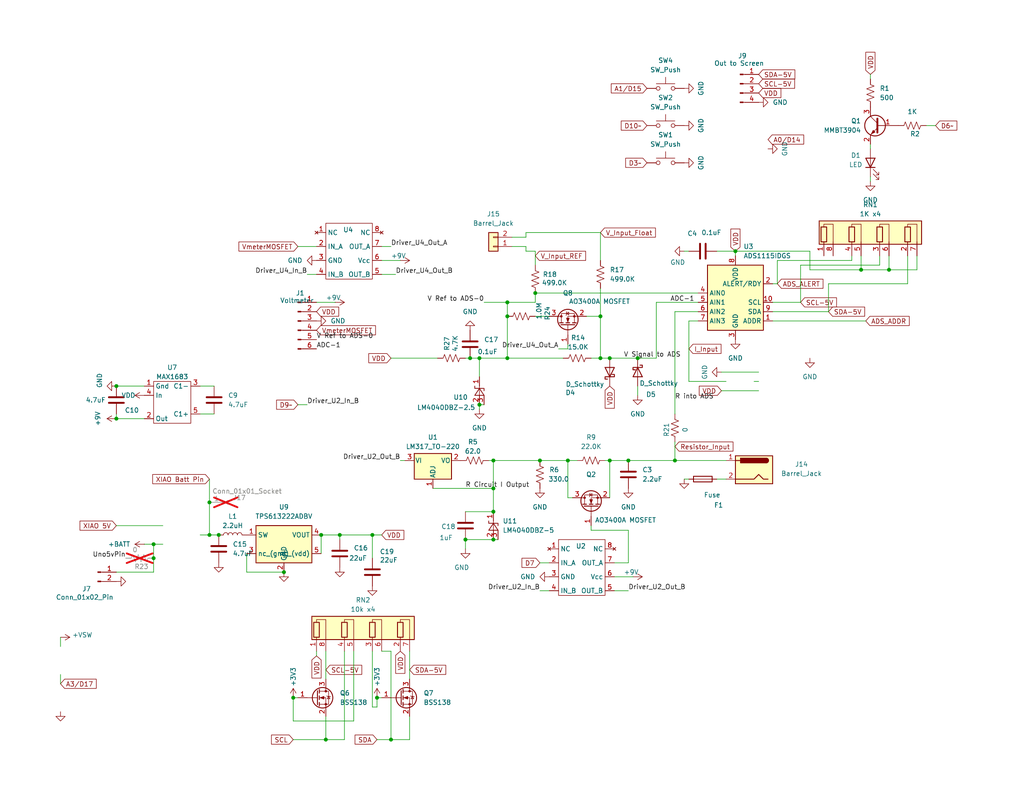
<source format=kicad_sch>
(kicad_sch (version 20250114) (generator "eeschema") (generator_version "9.0")
  (paper "USLetter")
  (title_block (title "Arduino Uno DMM Shield") (date "2025-02-22") (rev "1A") (company "Nick Mann"))
  (junction (at 106.68 201.93))
  (junction (at 163.83 97.79))
  (junction (at 92.71 146.05))
  (junction (at 101.6 146.05))
  (junction (at 127 147.32))
  (junction (at 130.81 110.49))
  (junction (at 173.99 97.79))
  (junction (at 147.32 125.73))
  (junction (at 134.62 139.7))
  (junction (at 130.81 97.79))
  (junction (at 77.47 156.21))
  (junction (at 134.62 147.32))
  (junction (at 134.62 133.35))
  (junction (at 184.15 125.73))
  (junction (at 242.57 73.66))
  (junction (at 234.95 73.66))
  (junction (at 128.27 97.79))
  (junction (at 154.94 125.73))
  (junction (at 57.15 137.16))
  (junction (at 138.43 86.36))
  (junction (at 134.62 125.73))
  (junction (at 87.63 146.05))
  (junction (at 200.66 68.58))
  (junction (at 41.91 148.59))
  (junction (at 80.01 190.5))
  (junction (at 102.87 190.5))
  (junction (at 138.43 82.55))
  (junction (at 163.83 86.36))
  (junction (at 166.37 125.73))
  (junction (at 171.45 125.73))
  (junction (at 57.15 146.05))
  (junction (at 41.91 152.4))
  (junction (at 88.9 201.93))
  (junction (at 166.37 97.79))
  (junction (at 31.75 114.3))
  (junction (at 59.69 146.05))
  (junction (at 31.75 105.41))
  (junction (at 138.43 97.79))
  (junction (at 146.05 80.01))
  (wire (pts (xy 210.82 85.09) (xy 226.06 85.09)))
  (wire (pts (xy 92.71 146.05) (xy 92.71 147.32)))
  (wire (pts (xy 237.49 48.26) (xy 237.49 49.53)))
  (wire (pts (xy 237.49 20.32) (xy 237.49 21.59)))
  (wire (pts (xy 163.83 63.5) (xy 143.51 63.5)))
  (wire (pts (xy 81.28 190.5) (xy 80.01 190.5)))
  (wire (pts (xy 220.98 68.58) (xy 220.98 73.66)))
  (wire (pts (xy 111.76 201.93) (xy 111.76 195.58)))
  (wire (pts (xy 16.51 173.99) (xy 16.51 176.53)))
  (wire (pts (xy 107.95 74.93) (xy 104.14 74.93)))
  (wire (pts (xy 146.05 68.58) (xy 143.51 68.58)))
  (wire (pts (xy 106.68 201.93) (xy 111.76 201.93)))
  (wire (pts (xy 237.49 40.64) (xy 237.49 39.37)))
  (wire (pts (xy 104.14 190.5) (xy 102.87 190.5)))
  (wire (pts (xy 31.75 156.21) (xy 41.91 156.21)))
  (wire (pts (xy 226.06 77.47) (xy 247.65 77.47)))
  (wire (pts (xy 171.45 125.73) (xy 184.15 125.73)))
  (wire (pts (xy 138.43 86.36) (xy 138.43 97.79)))
  (wire (pts (xy 127 97.79) (xy 128.27 97.79)))
  (wire (pts (xy 111.76 177.8) (xy 111.76 185.42)))
  (wire (pts (xy 101.6 177.8) (xy 101.6 193.04)))
  (wire (pts (xy 130.81 110.49) (xy 132.08 110.49)))
  (wire (pts (xy 161.29 144.78) (xy 161.29 143.51)))
  (wire (pts (xy 106.68 177.8) (xy 106.68 201.93)))
  (wire (pts (xy 198.12 104.14) (xy 187.96 104.14)))
  (wire (pts (xy 31.75 105.41) (xy 39.37 105.41)))
  (wire (pts (xy 212.09 77.47) (xy 210.82 77.47)))
  (wire (pts (xy 118.11 133.35) (xy 134.62 133.35)))
  (wire (pts (xy 163.83 97.79) (xy 166.37 97.79)))
  (wire (pts (xy 240.03 69.85) (xy 240.03 72.39)))
  (wire (pts (xy 130.81 111.76) (xy 130.81 110.49)))
  (wire (pts (xy 161.29 97.79) (xy 163.83 97.79)))
  (wire (pts (xy 67.31 151.13) (xy 67.31 156.21)))
  (wire (pts (xy 173.99 97.79) (xy 179.07 97.79)))
  (wire (pts (xy 83.82 74.93) (xy 86.36 74.93)))
  (wire (pts (xy 198.12 130.81) (xy 195.58 130.81)))
  (wire (pts (xy 41.91 152.4) (xy 41.91 148.59)))
  (wire (pts (xy 88.9 201.93) (xy 88.9 195.58)))
  (wire (pts (xy 247.65 69.85) (xy 247.65 77.47)))
  (wire (pts (xy 242.57 73.66) (xy 242.57 69.85)))
  (wire (pts (xy 187.96 87.63) (xy 187.96 104.14)))
  (wire (pts (xy 39.37 148.59) (xy 41.91 148.59)))
  (wire (pts (xy 184.15 85.09) (xy 190.5 85.09)))
  (wire (pts (xy 57.15 146.05) (xy 59.69 146.05)))
  (wire (pts (xy 87.63 146.05) (xy 87.63 151.13)))
  (wire (pts (xy 163.83 86.36) (xy 163.83 97.79)))
  (wire (pts (xy 134.62 133.35) (xy 134.62 139.7)))
  (wire (pts (xy 132.08 82.55) (xy 138.43 82.55)))
  (wire (pts (xy 67.31 156.21) (xy 77.47 156.21)))
  (wire (pts (xy 210.82 87.63) (xy 236.22 87.63)))
  (wire (pts (xy 200.66 68.58) (xy 200.66 69.85)))
  (wire (pts (xy 138.43 97.79) (xy 153.67 97.79)))
  (wire (pts (xy 130.81 102.87) (xy 130.81 97.79)))
  (wire (pts (xy 31.75 113.03) (xy 31.75 114.3)))
  (wire (pts (xy 57.15 137.16) (xy 57.15 146.05)))
  (wire (pts (xy 138.43 82.55) (xy 138.43 86.36)))
  (wire (pts (xy 184.15 120.65) (xy 184.15 125.73)))
  (wire (pts (xy 81.28 110.49) (xy 83.82 110.49)))
  (wire (pts (xy 173.99 105.41) (xy 173.99 107.95)))
  (wire (pts (xy 109.22 125.73) (xy 110.49 125.73)))
  (wire (pts (xy 146.05 80.01) (xy 190.5 80.01)))
  (wire (pts (xy 250.19 69.85) (xy 250.19 73.66)))
  (wire (pts (xy 184.15 85.09) (xy 184.15 113.03)))
  (wire (pts (xy 200.66 68.58) (xy 195.58 68.58)))
  (wire (pts (xy 147.32 153.67) (xy 149.86 153.67)))
  (wire (pts (xy 104.14 67.31) (xy 106.68 67.31)))
  (wire (pts (xy 92.71 146.05) (xy 101.6 146.05)))
  (wire (pts (xy 86.36 179.07) (xy 86.36 177.8)))
  (wire (pts (xy 186.69 130.81) (xy 187.96 130.81)))
  (wire (pts (xy 242.57 73.66) (xy 250.19 73.66)))
  (wire (pts (xy 101.6 146.05) (xy 104.14 146.05)))
  (wire (pts (xy 166.37 125.73) (xy 171.45 125.73)))
  (wire (pts (xy 154.94 125.73) (xy 154.94 135.89)))
  (wire (pts (xy 139.7 64.77) (xy 143.51 64.77)))
  (wire (pts (xy 154.94 95.25) (xy 154.94 93.98)))
  (wire (pts (xy 146.05 86.36) (xy 149.86 86.36)))
  (wire (pts (xy 96.52 177.8) (xy 96.52 196.85)))
  (wire (pts (xy 101.6 146.05) (xy 101.6 152.4)))
  (wire (pts (xy 54.61 105.41) (xy 58.42 105.41)))
  (wire (pts (xy 252.73 34.29) (xy 255.27 34.29)))
  (wire (pts (xy 31.75 114.3) (xy 39.37 114.3)))
  (wire (pts (xy 54.61 113.03) (xy 58.42 113.03)))
  (wire (pts (xy 127 139.7) (xy 134.62 139.7)))
  (wire (pts (xy 207.01 104.14) (xy 205.74 104.14)))
  (wire (pts (xy 102.87 201.93) (xy 106.68 201.93)))
  (wire (pts (xy 80.01 196.85) (xy 96.52 196.85)))
  (wire (pts (xy 119.38 97.79) (xy 106.68 97.79)))
  (wire (pts (xy 187.96 68.58) (xy 186.69 68.58)))
  (wire (pts (xy 16.51 184.15) (xy 16.51 186.69)))
  (wire (pts (xy 187.96 87.63) (xy 190.5 87.63)))
  (wire (pts (xy 57.15 130.81) (xy 57.15 137.16)))
  (wire (pts (xy 143.51 67.31) (xy 143.51 68.58)))
  (wire (pts (xy 130.81 97.79) (xy 128.27 97.79)))
  (wire (pts (xy 154.94 125.73) (xy 147.32 125.73)))
  (wire (pts (xy 212.09 71.12) (xy 232.41 71.12)))
  (wire (pts (xy 154.94 125.73) (xy 157.48 125.73)))
  (wire (pts (xy 207.01 106.68) (xy 196.85 106.68)))
  (wire (pts (xy 179.07 82.55) (xy 179.07 97.79)))
  (wire (pts (xy 81.28 67.31) (xy 86.36 67.31)))
  (wire (pts (xy 104.14 177.8) (xy 106.68 177.8)))
  (wire (pts (xy 134.62 125.73) (xy 147.32 125.73)))
  (wire (pts (xy 138.43 82.55) (xy 146.05 82.55)))
  (wire (pts (xy 218.44 72.39) (xy 240.03 72.39)))
  (wire (pts (xy 163.83 63.5) (xy 163.83 71.12)))
  (wire (pts (xy 41.91 156.21) (xy 41.91 152.4)))
  (wire (pts (xy 88.9 177.8) (xy 88.9 185.42)))
  (wire (pts (xy 88.9 201.93) (xy 80.01 201.93)))
  (wire (pts (xy 139.7 67.31) (xy 143.51 67.31)))
  (wire (pts (xy 160.02 86.36) (xy 163.83 86.36)))
  (wire (pts (xy 165.1 125.73) (xy 166.37 125.73)))
  (wire (pts (xy 146.05 80.01) (xy 146.05 82.55)))
  (wire (pts (xy 220.98 73.66) (xy 234.95 73.66)))
  (wire (pts (xy 226.06 77.47) (xy 226.06 85.09)))
  (wire (pts (xy 161.29 144.78) (xy 171.45 144.78)))
  (wire (pts (xy 31.75 143.51) (xy 44.45 143.51)))
  (wire (pts (xy 207.01 101.6) (xy 196.85 101.6)))
  (wire (pts (xy 127 147.32) (xy 134.62 147.32)))
  (wire (pts (xy 212.09 71.12) (xy 212.09 77.47)))
  (wire (pts (xy 80.01 190.5) (xy 80.01 196.85)))
  (wire (pts (xy 234.95 69.85) (xy 234.95 73.66)))
  (wire (pts (xy 171.45 144.78) (xy 171.45 153.67)))
  (wire (pts (xy 154.94 135.89) (xy 156.21 135.89)))
  (wire (pts (xy 93.98 201.93) (xy 88.9 201.93)))
  (wire (pts (xy 166.37 97.79) (xy 173.99 97.79)))
  (wire (pts (xy 166.37 125.73) (xy 166.37 135.89)))
  (wire (pts (xy 179.07 82.55) (xy 190.5 82.55)))
  (wire (pts (xy 93.98 177.8) (xy 93.98 201.93)))
  (wire (pts (xy 146.05 68.58) (xy 146.05 72.39)))
  (wire (pts (xy 101.6 193.04) (xy 102.87 193.04)))
  (wire (pts (xy 134.62 133.35) (xy 134.62 125.73)))
  (wire (pts (xy 54.61 146.05) (xy 57.15 146.05)))
  (wire (pts (xy 171.45 161.29) (xy 167.64 161.29)))
  (wire (pts (xy 172.72 157.48) (xy 167.64 157.48)))
  (wire (pts (xy 171.45 153.67) (xy 167.64 153.67)))
  (wire (pts (xy 102.87 190.5) (xy 102.87 193.04)))
  (wire (pts (xy 200.66 68.58) (xy 220.98 68.58)))
  (wire (pts (xy 87.63 146.05) (xy 92.71 146.05)))
  (wire (pts (xy 218.44 72.39) (xy 218.44 82.55)))
  (wire (pts (xy 143.51 64.77) (xy 143.51 63.5)))
  (wire (pts (xy 232.41 71.12) (xy 232.41 69.85)))
  (wire (pts (xy 163.83 78.74) (xy 163.83 86.36)))
  (wire (pts (xy 184.15 125.73) (xy 198.12 125.73)))
  (wire (pts (xy 130.81 97.79) (xy 138.43 97.79)))
  (wire (pts (xy 109.22 71.12) (xy 104.14 71.12)))
  (wire (pts (xy 134.62 147.32) (xy 135.89 147.32)))
  (wire (pts (xy 41.91 148.59) (xy 44.45 148.59)))
  (wire (pts (xy 210.82 82.55) (xy 218.44 82.55)))
  (wire (pts (xy 127 149.86) (xy 127 147.32)))
  (wire (pts (xy 234.95 73.66) (xy 242.57 73.66)))
  (wire (pts (xy 91.44 82.55) (xy 86.36 82.55)))
  (wire (pts (xy 152.4 95.25) (xy 154.94 95.25)))
  (wire (pts (xy 147.32 161.29) (xy 149.86 161.29)))
  (wire (pts (xy 134.62 125.73) (xy 133.35 125.73)))
  (label "R Circuit I Output" (at 127 133.35 0))
  (label "Driver_U4_Out_A" (at 106.68 67.31 0))
  (label "Driver_U2_Out_B" (at 109.22 125.73 180))
  (label "V Ref to ADS-0" (at 132.08 82.55 180))
  (label "Driver_U2_In_B" (at 83.82 110.49 0))
  (label "Driver_U4_Out_B" (at 107.95 74.93 0))
  (label "V Signal to ADS" (at 170.18 97.79 0))
  (label "R into ADS" (at 184.15 109.22 0))
  (label "ADC-1" (at 86.36 95.25 0))
  (label "Driver_U2_Out_B" (at 171.45 161.29 0))
  (label "ADC-1" (at 182.88 82.55 0))
  (label "Uno5vPin" (at 34.29 152.4 180))
  (label "V Ref to ADS-0" (at 86.36 92.71 0))
  (label "Driver_U4_In_B" (at 83.82 74.93 180))
  (label "Driver_U2_In_B" (at 147.32 161.29 180))
  (label "Driver_U4_Out_A" (at 152.4 95.25 180))
  (global_label "I_Input" (shape input) (at 187.96 95.25 0) (property "Intersheetrefs" "${INTERSHEET_REFS}" (effects (hide yes))))
  (global_label "VmeterMOSFET" (shape input) (at 81.28 67.31 180) (property "Intersheetrefs" "${INTERSHEET_REFS}" (effects (hide yes))))
  (global_label "VDD" (shape input) (at 207.01 25.4 0) (property "Intersheetrefs" "${INTERSHEET_REFS}" (effects (hide yes))))
  (global_label "VDD" (shape input) (at 86.36 179.07 270) (property "Intersheetrefs" "${INTERSHEET_REFS}" (effects (hide yes))))
  (global_label "SDA" (shape input) (at 102.87 201.93 180) (property "Intersheetrefs" "${INTERSHEET_REFS}" (effects (hide yes))))
  (global_label "VDD" (shape input) (at 196.85 106.68 180) (property "Intersheetrefs" "${INTERSHEET_REFS}" (effects (hide yes))))
  (global_label "XIAO 5V" (shape input) (at 31.75 143.51 180) (property "Intersheetrefs" "${INTERSHEET_REFS}" (effects (hide yes))))
  (global_label "ADS_ALERT" (shape input) (at 212.09 77.47 0) (property "Intersheetrefs" "${INTERSHEET_REFS}" (effects (hide yes))))
  (global_label "VDD" (shape input) (at 104.14 146.05 0) (property "Intersheetrefs" "${INTERSHEET_REFS}" (effects (hide yes))))
  (global_label "D6~" (shape input) (at 255.27 34.29 0) (property "Intersheetrefs" "${INTERSHEET_REFS}" (effects (hide yes))))
  (global_label "SCL-5V" (shape input) (at 88.9 182.88 0) (property "Intersheetrefs" "${INTERSHEET_REFS}" (effects (hide yes))))
  (global_label "VDD" (shape input) (at 166.37 105.41 270) (property "Intersheetrefs" "${INTERSHEET_REFS}" (effects (hide yes))))
  (global_label "D10~" (shape input) (at 176.53 34.29 180) (property "Intersheetrefs" "${INTERSHEET_REFS}" (effects (hide yes))))
  (global_label "A1{slash}D15" (shape input) (at 176.53 24.13 180) (property "Intersheetrefs" "${INTERSHEET_REFS}" (effects (hide yes))))
  (global_label "Resistor_Input" (shape input) (at 184.15 121.92 0) (property "Intersheetrefs" "${INTERSHEET_REFS}" (effects (hide yes))))
  (global_label "SDA-5V" (shape input) (at 111.76 182.88 0) (property "Intersheetrefs" "${INTERSHEET_REFS}" (effects (hide yes))))
  (global_label "V_Input_Float" (shape input) (at 163.83 63.5 0) (property "Intersheetrefs" "${INTERSHEET_REFS}" (effects (hide yes))))
  (global_label "D7" (shape input) (at 147.32 153.67 180) (property "Intersheetrefs" "${INTERSHEET_REFS}" (effects (hide yes))))
  (global_label "A3{slash}D17" (shape input) (at 16.51 186.69 0) (property "Intersheetrefs" "${INTERSHEET_REFS}" (effects (hide yes))))
  (global_label "VDD" (shape input) (at 86.36 85.09 0) (property "Intersheetrefs" "${INTERSHEET_REFS}" (effects (hide yes))))
  (global_label "D3~" (shape input) (at 176.53 44.45 180) (property "Intersheetrefs" "${INTERSHEET_REFS}" (effects (hide yes))))
  (global_label "VDD" (shape input) (at 237.49 20.32 90) (property "Intersheetrefs" "${INTERSHEET_REFS}" (effects (hide yes))))
  (global_label "SDA-5V" (shape input) (at 207.01 20.32 0) (property "Intersheetrefs" "${INTERSHEET_REFS}" (effects (hide yes))))
  (global_label "V_Input_REF" (shape input) (at 146.05 69.85 0) (property "Intersheetrefs" "${INTERSHEET_REFS}" (effects (hide yes))))
  (global_label "ADS_ADDR" (shape input) (at 236.22 87.63 0) (property "Intersheetrefs" "${INTERSHEET_REFS}" (effects (hide yes))))
  (global_label "A0{slash}D14" (shape input) (at 209.55 38.1 0) (property "Intersheetrefs" "${INTERSHEET_REFS}" (effects (hide yes))))
  (global_label "VmeterMOSFET" (shape input) (at 86.36 90.17 0) (property "Intersheetrefs" "${INTERSHEET_REFS}" (effects (hide yes))))
  (global_label "SCL" (shape input) (at 80.01 201.93 180) (property "Intersheetrefs" "${INTERSHEET_REFS}" (effects (hide yes))))
  (global_label "VDD" (shape input) (at 109.22 177.8 270) (property "Intersheetrefs" "${INTERSHEET_REFS}" (effects (hide yes))))
  (global_label "VDD" (shape input) (at 200.66 68.58 90) (property "Intersheetrefs" "${INTERSHEET_REFS}" (effects (hide yes))))
  (global_label "XIAO Batt Pin" (shape input) (at 57.15 130.81 180) (property "Intersheetrefs" "${INTERSHEET_REFS}" (effects (hide yes))))
  (global_label "SCL-5V" (shape input) (at 207.01 22.86 0) (property "Intersheetrefs" "${INTERSHEET_REFS}" (effects (hide yes))))
  (global_label "SCL-5V" (shape input) (at 218.44 82.55 0) (property "Intersheetrefs" "${INTERSHEET_REFS}" (effects (hide yes))))
  (global_label "VDD" (shape input) (at 106.68 97.79 180) (property "Intersheetrefs" "${INTERSHEET_REFS}" (effects (hide yes))))
  (global_label "SDA-5V" (shape input) (at 226.06 85.09 0) (property "Intersheetrefs" "${INTERSHEET_REFS}" (effects (hide yes))))
  (global_label "D9~" (shape input) (at 81.28 110.49 180) (property "Intersheetrefs" "${INTERSHEET_REFS}" (effects (hide yes))))
  (symbol (lib_id "Transistor_FET:BSS138") (at 86.36 190.5 0) (unit 1)
    (property "Reference" "Q6" (at 92.71 189.2299 0) (effects (justify left)))
    (property "Value" "BSS138" (at 92.71 191.7699 0) (effects (justify left)))
    (property "Footprint" "Package_TO_SOT_SMD:SOT-23" (effects (hide yes)))
    (property "Datasheet" "https://www.onsemi.com/pub/Collateral/BSS138-D.PDF" (effects (hide yes)))
    (property "Description" "50V Vds, 0.22A Id, N-Channel MOSFET, SOT-23" (effects (hide yes)))
  )
  (symbol (lib_name "+BATT_1") (lib_id "power:+BATT") (at 39.37 148.59 90) (unit 1)
    (property "Reference" "#PWR063" (effects (hide yes)))
    (property "Value" "+BATT" (at 35.56 148.5901 90) (effects (justify left)))
    (property "Description" "Power symbol creates a global label with name \"+BATT\"" (effects (hide yes)))
  )
  (symbol (lib_id "Device:C") (at 31.75 109.22 0) (unit 1)
    (property "Reference" "C10" (at 34.036 112.014 0) (effects (justify left)))
    (property "Value" "4.7uF" (at 23.368 109.22 0) (effects (justify left)))
    (property "Footprint" "Capacitor_SMD:C_0805_2012Metric_Pad1.18x1.45mm_HandSolder" (effects (hide yes)))
    (property "Description" "Unpolarized capacitor" (effects (hide yes)))
    (property "Function" "Charge Pump" (effects (hide yes)))
  )
  (symbol (lib_id "Device:R_US") (at 172.72 234.95 180) (unit 1) (on_board no) (dnp yes)
    (property "Reference" "R19" (at 170.688 236.22 0) (effects (justify left)))
    (property "Value" "10K" (at 170.942 233.934 0) (effects (justify left)))
    (property "Footprint" "Resistor_SMD:R_0805_2012Metric_Pad1.20x1.40mm_HandSolder" (effects (hide yes)))
    (property "Description" "Resistor, US symbol" (effects (hide yes)))
    (property "ValueTemp" "5K" (effects (hide yes)))
    (property "Function" "Current Limit" (effects (hide yes)))
  )
  (symbol (lib_id "power:+9V") (at 31.75 114.3 90) (unit 1)
    (property "Reference" "#PWR036" (effects (hide yes)))
    (property "Value" "+9V" (at 26.67 114.3 0))
    (property "Description" "Power symbol creates a global label with name \"+9V\"" (effects (hide yes)))
  )
  (symbol (lib_id "Transistor_FET:DMG2302U") (at 154.94 88.9 90) (unit 1)
    (property "Reference" "Q8" (at 154.94 80.01 90))
    (property "Value" "AO3400A MOSFET" (at 163.576 82.296 90))
    (property "Footprint" "Package_TO_SOT_SMD:SOT-23" (effects (hide yes)))
    (property "Datasheet" "http://www.diodes.com/assets/Datasheets/DMG2302U.pdf" (effects (hide yes)))
    (property "Description" "4.2A Id, 20V Vds, N-Channel MOSFET, SOT-23" (effects (hide yes)))
    (property "Function" "R Circuit Range Switch" (effects (hide yes)))
  )
  (symbol (lib_id "Transistor_FET:DMG2302U") (at 161.29 138.43 90) (unit 1)
    (property "Reference" "Q2" (at 161.29 129.54 90))
    (property "Value" "AO3400A MOSFET" (at 170.688 141.986 90))
    (property "Footprint" "Package_TO_SOT_SMD:SOT-23" (effects (hide yes)))
    (property "Datasheet" "http://www.diodes.com/assets/Datasheets/DMG2302U.pdf" (effects (hide yes)))
    (property "Description" "4.2A Id, 20V Vds, N-Channel MOSFET, SOT-23" (effects (hide yes)))
    (property "Function" "R Circuit Range Switch" (effects (hide yes)))
  )
  (symbol (lib_id "Analog_ADC:ADS1115IDGS") (at 200.66 82.55 0) (unit 1)
    (property "Reference" "U3" (at 202.8541 67.31 0) (effects (justify left)))
    (property "Value" "ADS1115IDGS" (at 202.8541 69.85 0) (effects (justify left)))
    (property "Footprint" "Package_SO:TSSOP-10_3x3mm_P0.5mm" (effects (hide yes)))
    (property "Datasheet" "http://www.ti.com/lit/ds/symlink/ads1113.pdf" (effects (hide yes)))
    (property "Description" "Ultra-Small, Low-Power, I2C-Compatible, 860-SPS, 16-Bit ADCs With Internal Reference, Oscillator, and Programmable Comparator, VSSOP-10" (effects (hide yes)))
    (property "ValueTemp" "ADS1115IDGS" (effects (hide yes)))
  )
  (symbol (lib_id "Device:C") (at 59.69 149.86 0) (unit 1)
    (property "Reference" "C15" (at 63.5 148.5899 0) (effects (justify left)))
    (property "Value" "4.7uF" (at 63.5 151.1299 0) (effects (justify left)))
    (property "Footprint" "Capacitor_SMD:C_0805_2012Metric_Pad1.18x1.45mm_HandSolder" (effects (hide yes)))
    (property "Description" "Unpolarized capacitor" (effects (hide yes)))
    (property "Function" "Boost Circuit Input" (effects (hide yes)))
  )
  (symbol (lib_id "Device:Fuse") (at 191.77 130.81 270) (mirror x) (unit 1)
    (property "Reference" "F1" (at 196.088 137.922 90))
    (property "Value" "Fuse" (at 194.31 135.128 90))
    (property "Footprint" "Fuse:Fuse_1206_3216Metric_Pad1.42x1.75mm_HandSolder" (effects (hide yes)))
    (property "Description" "Fuse" (effects (hide yes)))
    (property "Function" "Dead Short Protection" (effects (hide yes)))
  )
  (symbol (lib_id "Reference_Voltage:LM4040DBZ-5") (at 134.62 143.51 90) (unit 1)
    (property "Reference" "U11" (at 137.16 142.2399 90) (effects (justify right)))
    (property "Value" "LM4040DBZ-5" (at 137.16 144.7799 90) (effects (justify right)))
    (property "Footprint" "Package_TO_SOT_SMD:SOT-23" (effects (hide yes)))
    (property "Datasheet" "http://www.ti.com/lit/ds/symlink/lm4040-n.pdf" (effects (hide yes)))
    (property "Description" "5.000V Precision Micropower Shunt Voltage Reference, SOT-23" (effects (hide yes)))
    (property "Function" "R Circuit Reference" (effects (hide yes)))
  )
  (symbol (lib_id "Connector:Conn_01x02_Pin") (at 26.67 156.21 0) (unit 1)
    (property "Reference" "J7" (at 23.622 160.782 0))
    (property "Value" "Conn_01x02_Pin" (at 23.114 163.068 0))
    (property "Footprint" "Connector_PinSocket_2.54mm:PinSocket_1x02_P2.54mm_Vertical" (effects (hide yes)))
    (property "Description" "Generic connector, single row, 01x02, script generated" (effects (hide yes)))
  )
  (symbol (lib_id "power:GND") (at 77.47 156.21 0) (unit 1)
    (property "Reference" "#PWR029" (effects (hide yes)))
    (property "Value" "GND" (effects (hide yes)))
    (property "Description" "Power symbol creates a global label with name \"GND\" , ground" (effects (hide yes)))
  )
  (symbol (lib_id "power:GND") (at 127 149.86 0) (unit 1)
    (property "Reference" "#PWR042" (effects (hide yes)))
    (property "Value" "GND" (at 125.984 154.94 0))
    (property "Description" "Power symbol creates a global label with name \"GND\" , ground" (effects (hide yes)))
  )
  (symbol (lib_id "Device:R_US") (at 163.83 74.93 0) (unit 1)
    (property "Reference" "R17" (at 166.37 73.6599 0) (effects (justify left)))
    (property "Value" "499.0K" (at 166.37 76.1999 0) (effects (justify left)))
    (property "Footprint" "Resistor_SMD:R_0805_2012Metric_Pad1.20x1.40mm_HandSolder" (effects (hide yes)))
    (property "Description" "Resistor, US symbol" (effects (hide yes)))
    (property "ValueTemp" "75K" (effects (hide yes)))
    (property "Function" "V Signal Divider" (effects (hide yes)))
  )
  (symbol (lib_id "power:GND") (at 101.6 160.02 0) (unit 1)
    (property "Reference" "#PWR082" (effects (hide yes)))
    (property "Value" "GND" (effects (hide yes)))
    (property "Description" "Power symbol creates a global label with name \"GND\" , ground" (effects (hide yes)))
  )
  (symbol (lib_id "Device:R_US") (at 123.19 97.79 90) (unit 1)
    (property "Reference" "R27" (at 121.92 95.758 0) (effects (justify left)))
    (property "Value" "4.7K" (at 124.206 96.012 0) (effects (justify left)))
    (property "Footprint" "Resistor_SMD:R_0805_2012Metric_Pad1.20x1.40mm_HandSolder" (effects (hide yes)))
    (property "Description" "Resistor, US symbol" (effects (hide yes)))
    (property "ValueTemp" "5K" (effects (hide yes)))
    (property "Function" "Current Limit" (effects (hide yes)))
  )
  (symbol (lib_id "power:GND") (at 171.45 133.35 0) (unit 1)
    (property "Reference" "#PWR047" (effects (hide yes)))
    (property "Value" "GND" (at 171.45 138.43 0))
    (property "Description" "Power symbol creates a global label with name \"GND\" , ground" (effects (hide yes)))
  )
  (symbol (lib_id "power:+9V") (at 91.44 82.55 270) (unit 1)
    (property "Reference" "#PWR02" (effects (hide yes)))
    (property "Value" "+9V" (at 88.9 81.28 90) (effects (justify left)))
    (property "Description" "Power symbol creates a global label with name \"+9V\"" (effects (hide yes)))
  )
  (symbol (lib_id "Connector:Conn_01x04_Pin") (at 201.93 22.86 0) (unit 1)
    (property "Reference" "J9" (at 202.565 15.24 0))
    (property "Value" "Out to Screen" (at 201.676 17.272 0))
    (property "Footprint" "Connector_PinSocket_2.54mm:PinSocket_1x04_P2.54mm_Vertical" (effects (hide yes)))
    (property "Description" "Generic connector, single row, 01x04, script generated" (effects (hide yes)))
    (property "ValueTemp" "Out to Screen" (effects (hide yes)))
  )
  (symbol (lib_id "Device:D_Schottky") (at 173.99 101.6 270) (unit 1)
    (property "Reference" "D5" (at 176.276 107.696 90) (effects (justify left)))
    (property "Value" "D_Schottky" (at 174.498 104.648 90) (effects (justify left)))
    (property "Footprint" "Diode_SMD:D_SOD-123" (effects (hide yes)))
    (property "Description" "Schottky diode" (effects (hide yes)))
    (property "Function" "Overvoltage Proection" (effects (hide yes)))
  )
  (symbol (lib_id "Switch:SW_Push") (at 181.61 44.45 0) (unit 1)
    (property "Reference" "SW1" (at 181.61 36.83 0))
    (property "Value" "SW_Push" (at 181.61 39.37 0))
    (property "Footprint" "Button_Switch_SMD:SW_SPST_CK_RS282G05A3" (effects (hide yes)))
    (property "Description" "Push button switch, generic, two pins" (effects (hide yes)))
    (property "ValueTemp" "SW_Push" (effects (hide yes)))
  )
  (symbol (lib_id "power:GND") (at 209.55 40.64 90) (unit 1)
    (property "Reference" "#PWR044" (effects (hide yes)))
    (property "Value" "GND" (at 214.122 40.64 0))
    (property "Description" "Power symbol creates a global label with name \"GND\" , ground" (effects (hide yes)))
  )
  (symbol (lib_id "power:+5V") (at 39.37 107.95 90) (unit 1)
    (property "Reference" "#PWR039" (effects (hide yes)))
    (property "Value" "VDD" (at 35.052 107.95 90))
  )
  (symbol (lib_id "power:GND") (at 186.69 44.45 90) (unit 1)
    (property "Reference" "#PWR024" (effects (hide yes)))
    (property "Value" "GND" (at 191.262 44.45 0))
    (property "Description" "Power symbol creates a global label with name \"GND\" , ground" (effects (hide yes)))
  )
  (symbol (lib_id "power:GND") (at 86.36 87.63 90) (unit 1)
    (property "Reference" "#PWR01" (effects (hide yes)))
    (property "Value" "GND" (at 90.17 87.6299 90) (effects (justify right)))
    (property "Description" "Power symbol creates a global label with name \"GND\" , ground" (effects (hide yes)))
  )
  (symbol (lib_id "power:GND") (at 31.75 105.41 270) (unit 1)
    (property "Reference" "#PWR037" (effects (hide yes)))
    (property "Value" "GND" (at 27.178 103.886 0))
    (property "Description" "Power symbol creates a global label with name \"GND\" , ground" (effects (hide yes)))
  )
  (symbol (lib_id "Device:R_Pack04_SIP") (at 237.49 64.77 0) (unit 1)
    (property "Reference" "RN1" (at 237.49 55.88 0))
    (property "Value" "1K x4" (at 237.49 58.42 0))
    (property "Footprint" "Library:RESCAXS127P508X320X70-8N" (effects (hide yes)))
    (property "Datasheet" "http://www.vishay.com/docs/31509/csc.pdf" (effects (hide yes)))
    (property "Description" "4 resistor network, parallel topology, SIP package" (effects (hide yes)))
  )
  (symbol (lib_id "power:GND") (at 92.71 154.94 0) (unit 1)
    (property "Reference" "#PWR010" (effects (hide yes)))
    (property "Value" "GND" (effects (hide yes)))
    (property "Description" "Power symbol creates a global label with name \"GND\" , ground" (effects (hide yes)))
  )
  (symbol (lib_id "power:GND") (at 147.32 133.35 0) (unit 1)
    (property "Reference" "#PWR035" (effects (hide yes)))
    (property "Value" "GND" (at 147.32 138.43 0))
    (property "Description" "Power symbol creates a global label with name \"GND\" , ground" (effects (hide yes)))
  )
  (symbol (lib_id "MIC4801:MAX1683") (at 40.64 110.49 0) (unit 1)
    (property "Reference" "U7" (at 46.99 100.33 0))
    (property "Value" "MAX1683" (at 46.99 102.87 0))
    (property "Footprint" "Package_TO_SOT_SMD:SOT-23-5_HandSoldering" (effects (hide yes)))
    (property "Datasheet" "https://www.analog.com/media/en/technical-documentation/data-sheets/MAX1682-MAX1683.pdf" (effects (hide yes)))
    (property "Description" "IC REG CHARGE PUMP 2VIN SOT23-5" (effects (hide yes)))
    (property "Function" "Voltage Doubler" (effects (hide yes)))
  )
  (symbol (lib_id "power:+VSW") (at 16.51 173.99 270) (unit 1)
    (property "Reference" "#PWR028" (effects (hide yes)))
    (property "Value" "+VSW" (at 19.685 173.355 90) (effects (justify left)))
  )
  (symbol (lib_id "power:GND") (at 207.01 27.94 90) (unit 1)
    (property "Reference" "#PWR041" (effects (hide yes)))
    (property "Value" "GND" (at 210.82 27.9399 90) (effects (justify right)))
    (property "Description" "Power symbol creates a global label with name \"GND\" , ground" (effects (hide yes)))
  )
  (symbol (lib_id "Connector_Generic:Conn_01x02") (at 134.62 67.31 180) (unit 1)
    (property "Reference" "J15" (at 134.62 58.42 0))
    (property "Value" "Barrel_Jack" (at 134.62 60.96 0))
    (property "Footprint" "TerminalBlock_Phoenix:TerminalBlock_Phoenix_MKDS-3-2-5.08_1x02_P5.08mm_Horizontal" (effects (hide yes)))
    (property "Description" "Generic connector, single row, 01x02, script generated (kicad-library-utils/schlib/autogen/connector/)" (effects (hide yes)))
    (property "ValueTemp" "Barrel_Jack" (effects (hide yes)))
  )
  (symbol (lib_id "Device:R_US") (at 172.72 223.52 180) (unit 1) (on_board no) (dnp yes)
    (property "Reference" "R20" (at 170.688 224.79 0) (effects (justify left)))
    (property "Value" "10K" (at 170.942 222.504 0) (effects (justify left)))
    (property "Footprint" "Resistor_SMD:R_0805_2012Metric_Pad1.20x1.40mm_HandSolder" (effects (hide yes)))
    (property "Description" "Resistor, US symbol" (effects (hide yes)))
    (property "ValueTemp" "5K" (effects (hide yes)))
    (property "Function" "Current Limit" (effects (hide yes)))
  )
  (symbol (lib_id "CustomLibrary:IX4426_") (at 152.4 146.05 0) (unit 1)
    (property "Reference" "U2" (at 158.496 149.098 0))
    (property "Value" "IX4426N" (effects (hide yes)))
    (property "Footprint" "Package_SO:SOIC-8_3.9x4.9mm_P1.27mm" (effects (hide yes)))
  )
  (symbol (lib_id "Device:C") (at 101.6 156.21 0) (unit 1)
    (property "Reference" "C19" (at 103.632 150.622 0) (effects (justify left)))
    (property "Value" "22uF" (at 103.632 152.9079 0) (effects (justify left)))
    (property "Footprint" "Capacitor_SMD:C_0805_2012Metric_Pad1.18x1.45mm_HandSolder" (effects (hide yes)))
    (property "Description" "Unpolarized capacitor" (effects (hide yes)))
    (property "Function" "Boost Output Smoothing" (effects (hide yes)))
  )
  (symbol (lib_id "Regulator_Switching:TPS613222ADBV") (at 77.47 148.59 0) (unit 1)
    (property "Reference" "U9" (at 77.47 138.43 0))
    (property "Value" "TPS613222ADBV" (at 77.47 140.97 0))
    (property "Footprint" "Package_TO_SOT_SMD:SOT-23-5" (effects (hide yes)))
    (property "Datasheet" "http://www.ti.com/lit/ds/symlink/tps61322.pdf" (effects (hide yes)))
    (property "Description" "1.8A Step-Up Converter, 5V Output Voltage, 0.9-5.5V Input Voltage, SOT-23-5" (effects (hide yes)))
  )
  (symbol (lib_id "Device:R_US") (at 147.32 129.54 180) (unit 1)
    (property "Reference" "R6" (at 149.86 128.2699 0) (effects (justify right)))
    (property "Value" "330.0" (at 149.606 130.81 0) (effects (justify right)))
    (property "Footprint" "Resistor_SMD:R_0805_2012Metric_Pad1.20x1.40mm_HandSolder" (effects (hide yes)))
    (property "Description" "Resistor, US symbol" (effects (hide yes)))
    (property "Function" "330 R Circuit I Bleeder" (effects (hide yes)))
  )
  (symbol (lib_id "Device:L") (at 63.5 146.05 90) (unit 1)
    (property "Reference" "L1" (at 63.5 140.97 90))
    (property "Value" "2.2uH" (at 63.5 143.51 90))
    (property "Footprint" "Inductor_SMD:L_Murata_DFE201610P" (effects (hide yes)))
    (property "Description" "Inductor" (effects (hide yes)))
  )
  (symbol (lib_id "Device:R_US") (at 161.29 125.73 90) (unit 1)
    (property "Reference" "R9" (at 161.29 119.38 90))
    (property "Value" "22.0K" (at 161.29 121.92 90))
    (property "Footprint" "Resistor_SMD:R_0805_2012Metric_Pad1.20x1.40mm_HandSolder" (effects (hide yes)))
    (property "Description" "Resistor, US symbol" (effects (hide yes)))
    (property "Function" "R Circuit Divider" (effects (hide yes)))
  )
  (symbol (lib_id "Connector:Conn_01x01_Socket") (at 62.23 137.16 0) (unit 1) (dnp yes)
    (property "Reference" "J17" (at 63.5 135.8899 0) (effects (justify left)))
    (property "Value" "Conn_01x01_Socket" (at 57.912 134.112 0) (effects (justify left)))
    (property "Footprint" "Connector_PinSocket_2.54mm:PinSocket_1x01_P2.54mm_Vertical" (effects (hide yes)))
    (property "Description" "Generic connector, single row, 01x01, script generated" (effects (hide yes)))
  )
  (symbol (lib_id "power:+3.3V") (at 102.87 190.5 0) (unit 1)
    (property "Reference" "#PWR06" (effects (hide yes)))
    (property "Value" "+3V3" (at 102.87 184.785 90))
  )
  (symbol (lib_id "power:GND") (at 86.36 71.12 270) (unit 1)
    (property "Reference" "#PWR013" (effects (hide yes)))
    (property "Value" "GND" (at 82.55 71.1199 90) (effects (justify right)))
    (property "Description" "Power symbol creates a global label with name \"GND\" , ground" (effects (hide yes)))
  )
  (symbol (lib_id "power:GND") (at 186.69 34.29 90) (unit 1)
    (property "Reference" "#PWR023" (effects (hide yes)))
    (property "Value" "GND" (at 191.262 34.29 0))
    (property "Description" "Power symbol creates a global label with name \"GND\" , ground" (effects (hide yes)))
  )
  (symbol (lib_id "power:GND") (at 186.69 130.81 0) (mirror y) (unit 1)
    (property "Reference" "#PWR030" (effects (hide yes)))
    (property "Value" "GND" (effects (hide yes)))
    (property "Description" "Power symbol creates a global label with name \"GND\" , ground" (effects (hide yes)))
  )
  (symbol (lib_id "Connector:Barrel_Jack") (at 205.74 128.27 0) (mirror y) (unit 1)
    (property "Reference" "J14" (at 218.694 126.746 0))
    (property "Value" "Barrel_Jack" (at 218.694 129.286 0))
    (property "Footprint" "Connector_BarrelJack:BarrelJack_Horizontal" (effects (hide yes)))
    (property "Description" "DC Barrel Jack" (effects (hide yes)))
    (property "ValueTemp" "Barrel_Jack" (effects (hide yes)))
  )
  (symbol (lib_id "Reference_Voltage:LM4040DBZ-2.5") (at 130.81 106.68 90) (unit 1)
    (property "Reference" "U10" (at 123.698 108.458 90) (effects (justify right)))
    (property "Value" "LM4040DBZ-2.5" (at 113.792 111.252 90) (effects (justify right)))
    (property "Footprint" "Package_TO_SOT_SMD:SOT-23" (effects (hide yes)))
    (property "Datasheet" "http://www.ti.com/lit/ds/symlink/lm4040-n.pdf" (effects (hide yes)))
    (property "Description" "2.500V Precision Micropower Shunt Voltage Reference, SOT-23" (effects (hide yes)))
    (property "Function" "V Reference Control" (effects (hide yes)))
  )
  (symbol (lib_id "Device:C") (at 58.42 109.22 0) (unit 1)
    (property "Reference" "C9" (at 62.23 107.9499 0) (effects (justify left)))
    (property "Value" "4.7uF" (at 62.23 110.4899 0) (effects (justify left)))
    (property "Footprint" "Capacitor_SMD:C_0805_2012Metric_Pad1.18x1.45mm_HandSolder" (effects (hide yes)))
    (property "Description" "Unpolarized capacitor" (effects (hide yes)))
    (property "Function" "Charge Pump" (effects (hide yes)))
  )
  (symbol (lib_id "Transistor_FET:BSS138") (at 109.22 190.5 0) (unit 1)
    (property "Reference" "Q7" (at 115.57 189.2299 0) (effects (justify left)))
    (property "Value" "BSS138" (at 115.57 191.7699 0) (effects (justify left)))
    (property "Footprint" "Package_TO_SOT_SMD:SOT-23" (effects (hide yes)))
    (property "Datasheet" "https://www.onsemi.com/pub/Collateral/BSS138-D.PDF" (effects (hide yes)))
    (property "Description" "50V Vds, 0.22A Id, N-Channel MOSFET, SOT-23" (effects (hide yes)))
  )
  (symbol (lib_id "Device:R_US") (at 157.48 97.79 90) (unit 1)
    (property "Reference" "R14" (at 157.734 92.202 90))
    (property "Value" "15.0K" (at 157.734 94.742 90))
    (property "Footprint" "Resistor_SMD:R_0805_2012Metric_Pad1.20x1.40mm_HandSolder" (effects (hide yes)))
    (property "Description" "Resistor, US symbol" (effects (hide yes)))
    (property "Function" "V Bridge" (effects (hide yes)))
  )
  (symbol (lib_id "Transistor_BJT:MMBT3904") (at 240.03 34.29 0) (mirror y) (unit 1)
    (property "Reference" "Q1" (at 234.95 33.0199 0) (effects (justify left)))
    (property "Value" "MMBT3904" (at 234.95 35.5599 0) (effects (justify left)))
    (property "Footprint" "Package_TO_SOT_SMD:SOT-23" (effects (hide yes)))
    (property "Datasheet" "https://www.onsemi.com/pdf/datasheet/pzt3904-d.pdf" (effects (hide yes)))
    (property "Description" "0.2A Ic, 40V Vce, Small Signal NPN Transistor, SOT-23" (effects (hide yes)))
    (property "ValueTemp" "MMBT3904" (effects (hide yes)))
    (property "Function" "LED Control" (effects (hide yes)))
  )
  (symbol (lib_id "Device:R_US") (at 129.54 125.73 90) (unit 1)
    (property "Reference" "R5" (at 129.032 120.65 90))
    (property "Value" "62.0" (at 129.032 123.19 90))
    (property "Footprint" "Resistor_SMD:R_0805_2012Metric_Pad1.20x1.40mm_HandSolder" (effects (hide yes)))
    (property "Description" "Resistor, US symbol" (effects (hide yes)))
    (property "Function" "R Circuit I Set" (effects (hide yes)))
  )
  (symbol (lib_id "power:GND") (at 220.98 97.79 0) (unit 1)
    (property "Reference" "#PWR056" (effects (hide yes)))
    (property "Value" "GND" (at 220.98 102.87 0))
    (property "Description" "Power symbol creates a global label with name \"GND\" , ground" (effects (hide yes)))
  )
  (symbol (lib_id "Device:R_US") (at 149.86 233.68 180) (unit 1) (on_board no) (dnp yes)
    (property "Reference" "R11" (at 147.828 234.95 0) (effects (justify left)))
    (property "Value" "10K" (at 148.082 232.664 0) (effects (justify left)))
    (property "Footprint" "Resistor_SMD:R_0805_2012Metric_Pad1.20x1.40mm_HandSolder" (effects (hide yes)))
    (property "Description" "Resistor, US symbol" (effects (hide yes)))
    (property "ValueTemp" "5K" (effects (hide yes)))
    (property "Function" "Current Limit" (effects (hide yes)))
  )
  (symbol (lib_id "Device:D_Schottky") (at 166.37 101.6 90) (unit 1)
    (property "Reference" "D4" (at 156.972 107.188 90) (effects (justify left)))
    (property "Value" "D_Schottky" (at 164.846 104.902 90) (effects (justify left)))
    (property "Footprint" "Diode_SMD:D_SOD-123" (effects (hide yes)))
    (property "Description" "Schottky diode" (effects (hide yes)))
    (property "Function" "Overvoltage Proection" (effects (hide yes)))
  )
  (symbol (lib_id "Device:R_US") (at 237.49 25.4 180) (unit 1)
    (property "Reference" "R1" (at 240.03 24.1299 0) (effects (justify right)))
    (property "Value" "500" (at 240.03 26.6699 0) (effects (justify right)))
    (property "Footprint" "Resistor_SMD:R_0805_2012Metric_Pad1.20x1.40mm_HandSolder" (effects (hide yes)))
    (property "Description" "Resistor, US symbol" (effects (hide yes)))
    (property "Function" "I Limit LED" (effects (hide yes)))
  )
  (symbol (lib_id "power:GND") (at 186.69 24.13 90) (unit 1)
    (property "Reference" "#PWR081" (effects (hide yes)))
    (property "Value" "GND" (at 191.262 24.13 0))
    (property "Description" "Power symbol creates a global label with name \"GND\" , ground" (effects (hide yes)))
  )
  (symbol (lib_id "power:+9V") (at 109.22 71.12 270) (unit 1)
    (property "Reference" "#PWR012" (effects (hide yes)))
    (property "Value" "+9V" (at 106.68 69.85 90) (effects (justify left)))
    (property "Description" "Power symbol creates a global label with name \"+9V\"" (effects (hide yes)))
  )
  (symbol (lib_id "Device:C") (at 191.77 68.58 90) (unit 1)
    (property "Reference" "C4" (at 190.246 63.754 90) (effects (justify left)))
    (property "Value" "0.1uF" (at 196.85 63.5 90) (effects (justify left)))
    (property "Footprint" "Capacitor_SMD:C_0805_2012Metric_Pad1.18x1.45mm_HandSolder" (effects (hide yes)))
    (property "Description" "Unpolarized capacitor" (effects (hide yes)))
    (property "Function" "ADS Vdd Input Filter" (effects (hide yes)))
  )
  (symbol (lib_id "Device:R_US") (at 142.24 86.36 270) (unit 1)
    (property "Reference" "R24" (at 149.352 83.566 0) (effects (justify left)))
    (property "Value" "1.0M" (at 147.066 82.55 0) (effects (justify left)))
    (property "Footprint" "Resistor_SMD:R_0805_2012Metric_Pad1.20x1.40mm_HandSolder" (effects (hide yes)))
    (property "Description" "Resistor, US symbol" (effects (hide yes)))
    (property "Function" "V REF Divider" (effects (hide yes)))
  )
  (symbol (lib_id "power:GND") (at 149.86 157.48 270) (unit 1)
    (property "Reference" "#PWR011" (effects (hide yes)))
    (property "Value" "GND" (at 146.05 157.4799 90) (effects (justify right)))
    (property "Description" "Power symbol creates a global label with name \"GND\" , ground" (effects (hide yes)))
  )
  (symbol (lib_id "Device:C") (at 128.27 93.98 0) (unit 1)
    (property "Reference" "C17" (at 132.08 92.7099 0) (effects (justify left)))
    (property "Value" "0.1uF" (at 130.302 96.012 0) (effects (justify left)))
    (property "Footprint" "Capacitor_SMD:C_0805_2012Metric_Pad1.18x1.45mm_HandSolder" (effects (hide yes)))
    (property "Description" "Unpolarized capacitor" (effects (hide yes)))
    (property "Function" "Voltage Ref Smoothing" (effects (hide yes)))
  )
  (symbol (lib_id "power:GND") (at 200.66 92.71 0) (unit 1)
    (property "Reference" "#PWR054" (effects (hide yes)))
    (property "Value" "GND" (at 200.66 97.79 0))
    (property "Description" "Power symbol creates a global label with name \"GND\" , ground" (effects (hide yes)))
  )
  (symbol (lib_id "Switch:SW_Push") (at 181.61 24.13 0) (unit 1)
    (property "Reference" "SW4" (at 181.61 16.51 0))
    (property "Value" "SW_Push" (at 181.61 19.05 0))
    (property "Footprint" "Button_Switch_SMD:SW_SPST_CK_RS282G05A3" (effects (hide yes)))
    (property "Description" "Push button switch, generic, two pins" (effects (hide yes)))
    (property "ValueTemp" "SW_Push" (effects (hide yes)))
  )
  (symbol (lib_id "Device:LED") (at 237.49 44.45 90) (unit 1)
    (property "Reference" "D1" (at 232.156 42.418 90) (effects (justify right)))
    (property "Value" "LED" (at 231.648 44.958 90) (effects (justify right)))
    (property "Footprint" "LED_SMD:LED_Luminus_MP-3030-1100_3.0x3.0mm" (effects (hide yes)))
    (property "Description" "Light emitting diode" (effects (hide yes)))
    (property "Function" "LED SMD Option" (effects (hide yes)))
  )
  (symbol (lib_id "power:GND") (at 128.27 90.17 180) (unit 1)
    (property "Reference" "#PWR061" (effects (hide yes)))
    (property "Value" "GND" (at 128.27 85.09 0))
    (property "Description" "Power symbol creates a global label with name \"GND\" , ground" (effects (hide yes)))
  )
  (symbol (lib_id "Device:R_US") (at 146.05 76.2 0) (unit 1)
    (property "Reference" "R18" (at 148.082 74.93 0) (effects (justify left)))
    (property "Value" "499.0K" (at 147.828 77.216 0) (effects (justify left)))
    (property "Footprint" "Resistor_SMD:R_0805_2012Metric_Pad1.20x1.40mm_HandSolder" (effects (hide yes)))
    (property "Description" "Resistor, US symbol" (effects (hide yes)))
    (property "Function" "V REF Divider" (effects (hide yes)))
  )
  (symbol (lib_id "Device:C") (at 171.45 129.54 0) (unit 1)
    (property "Reference" "C3" (at 175.26 128.2699 0) (effects (justify left)))
    (property "Value" "2.2uF" (at 175.26 130.8099 0) (effects (justify left)))
    (property "Footprint" "Capacitor_SMD:C_0805_2012Metric_Pad1.18x1.45mm_HandSolder" (effects (hide yes)))
    (property "Description" "Unpolarized capacitor" (effects (hide yes)))
    (property "Function" "R ADS Input Filter" (effects (hide yes)))
  )
  (symbol (lib_id "Device:R_Pack04_SIP") (at 99.06 172.72 0) (unit 1)
    (property "Reference" "RN2" (at 99.06 163.83 0))
    (property "Value" "10k x4" (at 99.06 166.37 0))
    (property "Footprint" "Library:RESCAXS127P508X320X70-8N" (effects (hide yes)))
    (property "Datasheet" "http://www.vishay.com/docs/31509/csc.pdf" (effects (hide yes)))
    (property "Description" "4 resistor network, parallel topology, SIP package" (effects (hide yes)))
  )
  (symbol (lib_id "power:GND") (at 196.85 101.6 270) (unit 1)
    (property "Reference" "#PWR045" (effects (hide yes)))
    (property "Value" "GND" (at 192.278 101.6 0))
    (property "Description" "Power symbol creates a global label with name \"GND\" , ground" (effects (hide yes)))
  )
  (symbol (lib_id "power:+3.3V") (at 80.01 190.5 0) (unit 1)
    (property "Reference" "#PWR05" (effects (hide yes)))
    (property "Value" "+3V3" (at 80.01 184.785 90))
  )
  (symbol (lib_id "power:GND") (at 186.69 68.58 270) (unit 1)
    (property "Reference" "#PWR053" (effects (hide yes)))
    (property "Value" "GND" (at 184.912 71.628 90))
    (property "Description" "Power symbol creates a global label with name \"GND\" , ground" (effects (hide yes)))
  )
  (symbol (lib_id "Device:C") (at 92.71 151.13 0) (unit 1)
    (property "Reference" "C16" (at 96.52 149.606 0) (effects (justify left)))
    (property "Value" "22uF" (at 95.25 152.4 0) (effects (justify left)))
    (property "Footprint" "Capacitor_SMD:C_0805_2012Metric_Pad1.18x1.45mm_HandSolder" (effects (hide yes)))
    (property "Description" "Unpolarized capacitor" (effects (hide yes)))
    (property "Function" "Boost Output Smoothing" (effects (hide yes)))
  )
  (symbol (lib_id "power:GND") (at 16.51 194.31 0) (unit 1)
    (property "Reference" "#PWR058" (effects (hide yes)))
    (property "Value" "GND" (effects (hide yes)))
    (property "Description" "Power symbol creates a global label with name \"GND\" , ground" (effects (hide yes)))
  )
  (symbol (lib_id "power:GND") (at 173.99 107.95 0) (unit 1)
    (property "Reference" "#PWR062" (effects (hide yes)))
    (property "Value" "GND" (at 173.99 113.03 0))
    (property "Description" "Power symbol creates a global label with name \"GND\" , ground" (effects (hide yes)))
  )
  (symbol (lib_id "Device:R_US") (at 149.86 223.52 180) (unit 1) (on_board no) (dnp yes)
    (property "Reference" "R10" (at 147.828 224.79 0) (effects (justify left)))
    (property "Value" "10K" (at 148.082 222.504 0) (effects (justify left)))
    (property "Footprint" "Resistor_SMD:R_0805_2012Metric_Pad1.20x1.40mm_HandSolder" (effects (hide yes)))
    (property "Description" "Resistor, US symbol" (effects (hide yes)))
    (property "ValueTemp" "5K" (effects (hide yes)))
    (property "Function" "Current Limit" (effects (hide yes)))
  )
  (symbol (lib_id "Device:C") (at 127 143.51 0) (unit 1)
    (property "Reference" "C18" (at 120.396 143.764 0) (effects (justify left)))
    (property "Value" "1uF" (at 119.888 146.812 0) (effects (justify left)))
    (property "Footprint" "Capacitor_SMD:C_0805_2012Metric_Pad1.18x1.45mm_HandSolder" (effects (hide yes)))
    (property "Description" "Unpolarized capacitor" (effects (hide yes)))
    (property "ValueTemp" "2.2uF Unpolarized" (effects (hide yes)))
    (property "Function" "R Circuit Smoothing" (effects (hide yes)))
  )
  (symbol (lib_id "power:+9V") (at 172.72 157.48 270) (unit 1)
    (property "Reference" "#PWR050" (effects (hide yes)))
    (property "Value" "+9V" (at 170.18 156.21 90) (effects (justify left)))
    (property "Description" "Power symbol creates a global label with name \"+9V\"" (effects (hide yes)))
  )
  (symbol (lib_id "Regulator_Linear:LM317_TO-220") (at 118.11 125.73 0) (unit 1)
    (property "Reference" "U1" (at 118.11 119.38 0))
    (property "Value" "LM317_TO-220" (at 118.11 121.92 0))
    (property "Footprint" "Package_TO_SOT_SMD:SOT-223-3_TabPin2" (effects (hide yes)))
    (property "Datasheet" "http://www.ti.com/lit/ds/symlink/lm317.pdf" (effects (hide yes)))
    (property "Description" "1.5A 35V Adjustable Linear Regulator, TO-220" (effects (hide yes)))
    (property "ValueTemp" "LM317_TO-220" (effects (hide yes)))
  )
  (symbol (lib_id "Connector:Conn_01x06_Pin") (at 81.28 87.63 0) (unit 1)
    (property "Reference" "J1" (at 81.915 80.01 0))
    (property "Value" "Voltmeter" (at 81.026 82.042 0))
    (property "Footprint" "Connector_PinSocket_2.54mm:PinSocket_1x05_P2.54mm_Vertical" (effects (hide yes)))
    (property "Description" "Generic connector, single row, 01x06, script generated" (effects (hide yes)))
    (property "ValueTemp" "Out to Screen" (effects (hide yes)))
  )
  (symbol (lib_id "Device:R_US") (at 184.15 116.84 0) (unit 1)
    (property "Reference" "R21" (at 181.864 117.348 90))
    (property "Value" "0" (at 186.944 117.348 90))
    (property "Footprint" "Resistor_SMD:R_0805_2012Metric_Pad1.20x1.40mm_HandSolder" (effects (hide yes)))
    (property "Description" "Resistor, US symbol" (effects (hide yes)))
    (property "Function" "BJTCurrentLimit1" (effects (hide yes)))
  )
  (symbol (lib_id "Device:R_US") (at 248.92 34.29 270) (unit 1)
    (property "Reference" "R2" (at 249.682 36.576 90))
    (property "Value" "1K" (at 248.92 30.48 90))
    (property "Footprint" "Resistor_SMD:R_0805_2012Metric_Pad1.20x1.40mm_HandSolder" (effects (hide yes)))
    (property "Description" "Resistor, US symbol" (effects (hide yes)))
    (property "Function" "I limit for Q1" (effects (hide yes)))
  )
  (symbol (lib_id "power:GND") (at 31.75 158.75 90) (unit 1)
    (property "Reference" "#PWR08" (effects (hide yes)))
    (property "Value" "GND" (effects (hide yes)))
    (property "Description" "Power symbol creates a global label with name \"GND\" , ground" (effects (hide yes)))
  )
  (symbol (lib_id "CustomLibrary:IX4426_") (at 88.9 59.69 0) (unit 1)
    (property "Reference" "U4" (at 94.996 62.738 0))
    (property "Value" "IX4426N" (effects (hide yes)))
    (property "Footprint" "Package_SO:SOIC-8_3.9x4.9mm_P1.27mm" (effects (hide yes)))
  )
  (symbol (lib_id "Device:R_US") (at 38.1 152.4 90) (unit 1) (dnp yes)
    (property "Reference" "R23" (at 38.608 154.686 90))
    (property "Value" "0" (at 36.83 150.114 90))
    (property "Footprint" "Resistor_SMD:R_0805_2012Metric_Pad1.20x1.40mm_HandSolder" (effects (hide yes)))
    (property "Description" "Resistor, US symbol" (effects (hide yes)))
    (property "Function" "BJTCurrentLimit1" (effects (hide yes)))
  )
  (symbol (lib_id "Switch:SW_Push") (at 181.61 34.29 0) (unit 1)
    (property "Reference" "SW2" (at 181.61 26.67 0))
    (property "Value" "SW_Push" (at 181.61 29.21 0))
    (property "Footprint" "Button_Switch_SMD:SW_SPST_CK_RS282G05A3" (effects (hide yes)))
    (property "Description" "Push button switch, generic, two pins" (effects (hide yes)))
    (property "ValueTemp" "SW_Push" (effects (hide yes)))
  )
  (symbol (lib_id "power:GND") (at 130.81 111.76 0) (unit 1)
    (property "Reference" "#PWR064" (effects (hide yes)))
    (property "Value" "GND" (at 130.81 116.84 0))
    (property "Description" "Power symbol creates a global label with name \"GND\" , ground" (effects (hide yes)))
  )
  (symbol (lib_id "power:GND") (at 237.49 49.53 0) (unit 1)
    (property "Reference" "#PWR055" (effects (hide yes)))
    (property "Value" "GND" (at 237.49 54.61 0))
    (property "Description" "Power symbol creates a global label with name \"GND\" , ground" (effects (hide yes)))
  )
  (symbol (lib_id "power:GND") (at 59.69 153.67 0) (unit 1)
    (property "Reference" "#PWR09" (effects (hide yes)))
    (property "Value" "GND" (effects (hide yes)))
    (property "Description" "Power symbol creates a global label with name \"GND\" , ground" (effects (hide yes)))
  )
)
</source>
